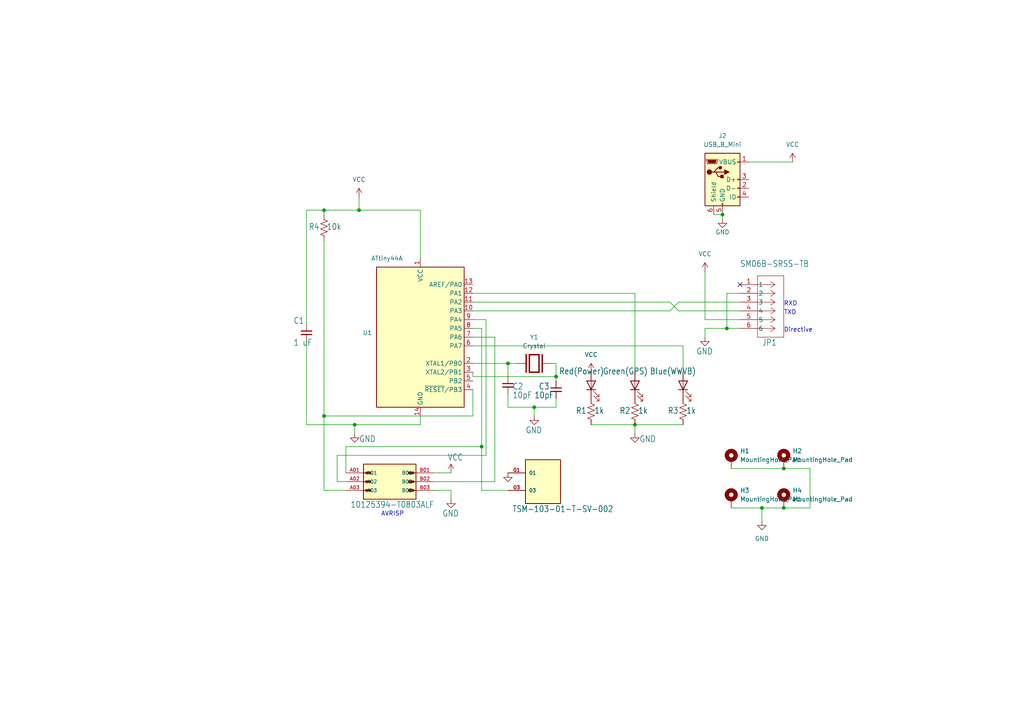
<source format=kicad_sch>
(kicad_sch (version 20230121) (generator eeschema)
  (paper "A4")
  (lib_symbols
    (symbol "Connector:USB_B_Mini" (pin_names (offset 1.016))
      (property "Reference" "J" (at -5.08 11.43 0))
      (property "Value" "USB_B_Mini" (at -5.08 8.89 0))
      (symbol "USB_B_Mini_0_1"
        (rectangle (start -5.08 -7.62) (end 5.08 7.62) (stroke (width 0.254)) (fill (type background)))
        (circle (center -3.81 2.159) (radius 0.635) (stroke (width 0.254)) (fill (type outline)))
        (circle (center -0.635 3.429) (radius 0.381) (stroke (width 0.254)) (fill (type outline)))
        (rectangle (start -0.127 -7.62) (end 0.127 -6.858))
        (polyline (pts (xy -1.905 2.159) (xy 0.635 2.159)) (stroke (width 0.254)))
        (polyline (pts (xy -3.175 2.159) (xy -2.54 2.159) (xy -1.27 3.429) (xy -0.635 3.429)) (stroke (width 0.254)))
        (polyline (pts (xy -2.54 2.159) (xy -1.905 2.159) (xy -1.27 0.889) (xy 0 0.889)) (stroke (width 0.254)))
        (polyline (pts (xy 0.635 2.794) (xy 0.635 1.524) (xy 1.905 2.159) (xy 0.635 2.794)) (stroke (width 0.254)) (fill (type outline)))
        (polyline (pts (xy -4.318 5.588) (xy -1.778 5.588) (xy -2.032 4.826) (xy -4.064 4.826) (xy -4.318 5.588)) (fill (type outline)))
        (polyline (pts (xy -4.699 5.842) (xy -4.699 5.588) (xy -4.445 4.826) (xy -4.445 4.572) (xy -1.651 4.572) (xy -1.651 4.826) (xy -1.397 5.588) (xy -1.397 5.842) (xy -4.699 5.842)))
        (rectangle (start 0.254 1.27) (end -0.508 0.508) (stroke (width 0.254)) (fill (type outline)))
        (rectangle (start 5.08 -5.207) (end 4.318 -4.953))
        (rectangle (start 5.08 -2.667) (end 4.318 -2.413))
        (rectangle (start 5.08 -0.127) (end 4.318 0.127))
        (rectangle (start 5.08 4.953) (end 4.318 5.207))
      )
      (symbol "USB_B_Mini_1_1"
        (pin power_out line (at 7.62 5.08 180) (length 2.54) (name "VBUS") (number "1"))
        (pin bidirectional line (at 7.62 -2.54 180) (length 2.54) (name "D-") (number "2"))
        (pin bidirectional line (at 7.62 0 180) (length 2.54) (name "D+") (number "3"))
        (pin passive line (at 7.62 -5.08 180) (length 2.54) (name "ID") (number "4"))
        (pin power_out line (at 0 -10.16 90) (length 2.54) (name "GND") (number "5"))
        (pin passive line (at -2.54 -10.16 90) (length 2.54) (name "Shield") (number "6"))
      )
    )
    (symbol "Device:C_Small" (pin_numbers hide) (pin_names (offset 0.254) hide)
      (property "Reference" "C" (at 0.254 1.778 0))
      (property "Value" "C_Small" (at 0.254 -2.032 0))
      (symbol "C_Small_0_1"
        (polyline (pts (xy -1.524 -0.508) (xy 1.524 -0.508)) (stroke (width 0.3302)))
        (polyline (pts (xy -1.524 0.508) (xy 1.524 0.508)) (stroke (width 0.3048)))
      )
      (symbol "C_Small_1_1"
        (pin passive line (at 0 2.54 270) (length 2.032) (name "~") (number "1"))
        (pin passive line (at 0 -2.54 90) (length 2.032) (name "~") (number "2"))
      )
    )
    (symbol "Device:R_US" (pin_numbers hide) (pin_names (offset 0))
      (property "Reference" "R" (at 2.54 0 90))
      (property "Value" "R_US" (at -2.54 0 90))
      (symbol "R_US_0_1"
        (polyline (pts (xy 0 -2.286) (xy 0 -2.54)))
        (polyline (pts (xy 0 2.286) (xy 0 2.54)))
        (polyline (pts (xy 0 -0.762) (xy 1.016 -1.143) (xy 0 -1.524) (xy -1.016 -1.905) (xy 0 -2.286)))
        (polyline (pts (xy 0 0.762) (xy 1.016 0.381) (xy 0 0) (xy -1.016 -0.381) (xy 0 -0.762)))
        (polyline (pts (xy 0 2.286) (xy 1.016 1.905) (xy 0 1.524) (xy -1.016 1.143) (xy 0 0.762)))
      )
      (symbol "R_US_1_1"
        (pin passive line (at 0 3.81 270) (length 1.27) (name "~") (number "1"))
        (pin passive line (at 0 -3.81 90) (length 1.27) (name "~") (number "2"))
      )
    )
    (symbol "LED:IR26-21C_L110_TR8" (pin_numbers hide) (pin_names (offset 1.016) hide)
      (property "Reference" "D" (at 0 2.54 0))
      (property "Value" "IR26-21C_L110_TR8" (at 0 -3.81 0))
      (symbol "IR26-21C_L110_TR8_0_1"
        (polyline (pts (xy -1.27 -1.27) (xy -1.27 1.27)) (stroke (width 0.254)))
        (polyline (pts (xy -1.27 0) (xy 1.27 0)))
        (polyline (pts (xy 1.27 -1.27) (xy 1.27 1.27) (xy -1.27 0) (xy 1.27 -1.27)) (stroke (width 0.254)))
        (polyline (pts (xy -3.048 -0.762) (xy -4.572 -2.286) (xy -3.81 -2.286) (xy -4.572 -2.286) (xy -4.572 -1.524)))
        (polyline (pts (xy -1.778 -0.762) (xy -3.302 -2.286) (xy -2.54 -2.286) (xy -3.302 -2.286) (xy -3.302 -1.524)))
      )
      (symbol "IR26-21C_L110_TR8_1_1"
        (pin passive line (at -3.81 0 0) (length 2.54) (name "K") (number "1"))
        (pin passive line (at 3.81 0 180) (length 2.54) (name "A") (number "2"))
      )
    )
    (symbol "Mechanical:MountingHole_Pad" (pin_numbers hide) (pin_names (offset 1.016) hide)
      (property "Reference" "H" (at 0 6.35 0))
      (property "Value" "MountingHole_Pad" (at 0 4.445 0))
      (symbol "MountingHole_Pad_0_1"
        (circle (center 0 1.27) (radius 1.27) (stroke (width 1.27)))
      )
      (symbol "MountingHole_Pad_1_1"
        (pin input line (at 0 -2.54 90) (length 2.54) (name "1") (number "1"))
      )
    )
    (symbol "local-2_pin_hdr-TSM-103-01-T-SV-002:TSM-103-01-T-SV-002" (pin_names (offset 1.016))
      (property "Reference" "J" (at -5.58 7.466 0))
      (property "Value" "TSM-103-01-T-SV-002" (at -5.08 -8.89 0))
      (symbol "TSM-103-01-T-SV-002_0_0"
        (rectangle (start -5.08 -6.35) (end 5.08 6.35) (stroke (width 0.254)) (fill (type background)))
        (pin passive line (at -10.16 2.54 0) (length 5.08) (name "01") (number "01"))
        (pin passive line (at -10.16 -2.54 0) (length 5.08) (name "03") (number "03"))
      )
    )
    (symbol "local-SM06B_SRSS_TB:SM06B-SRSS-TBLFSN" (pin_names (offset 0.254))
      (property "Reference" "J" (at 8.89 6.35 0))
      (property "Value" "SM06B-SRSS-TBLFSN" (at 0 0 0))
      (symbol "SM06B-SRSS-TBLFSN_1_1"
        (polyline (pts (xy 5.08 -15.24) (xy 12.7 -15.24)) (stroke (width 0.127)))
        (polyline (pts (xy 5.08 2.54) (xy 5.08 -15.24)) (stroke (width 0.127)))
        (polyline (pts (xy 10.16 -12.7) (xy 5.08 -12.7)) (stroke (width 0.127)))
        (polyline (pts (xy 10.16 -12.7) (xy 8.89 -13.5467)) (stroke (width 0.127)))
        (polyline (pts (xy 10.16 -12.7) (xy 8.89 -11.8533)) (stroke (width 0.127)))
        (polyline (pts (xy 10.16 -10.16) (xy 5.08 -10.16)) (stroke (width 0.127)))
        (polyline (pts (xy 10.16 -10.16) (xy 8.89 -11.0067)) (stroke (width 0.127)))
        (polyline (pts (xy 10.16 -10.16) (xy 8.89 -9.3133)) (stroke (width 0.127)))
        (polyline (pts (xy 10.16 -7.62) (xy 5.08 -7.62)) (stroke (width 0.127)))
        (polyline (pts (xy 10.16 -7.62) (xy 8.89 -8.4667)) (stroke (width 0.127)))
        (polyline (pts (xy 10.16 -7.62) (xy 8.89 -6.7733)) (stroke (width 0.127)))
        (polyline (pts (xy 10.16 -5.08) (xy 5.08 -5.08)) (stroke (width 0.127)))
        (polyline (pts (xy 10.16 -5.08) (xy 8.89 -5.9267)) (stroke (width 0.127)))
        (polyline (pts (xy 10.16 -5.08) (xy 8.89 -4.2333)) (stroke (width 0.127)))
        (polyline (pts (xy 10.16 -2.54) (xy 5.08 -2.54)) (stroke (width 0.127)))
        (polyline (pts (xy 10.16 -2.54) (xy 8.89 -3.3867)) (stroke (width 0.127)))
        (polyline (pts (xy 10.16 -2.54) (xy 8.89 -1.6933)) (stroke (width 0.127)))
        (polyline (pts (xy 10.16 0) (xy 5.08 0)) (stroke (width 0.127)))
        (polyline (pts (xy 10.16 0) (xy 8.89 -0.8467)) (stroke (width 0.127)))
        (polyline (pts (xy 10.16 0) (xy 8.89 0.8467)) (stroke (width 0.127)))
        (polyline (pts (xy 12.7 -15.24) (xy 12.7 2.54)) (stroke (width 0.127)))
        (polyline (pts (xy 12.7 2.54) (xy 5.08 2.54)) (stroke (width 0.127)))
        (pin unspecified line (at 0 0 0) (length 5.08) (name "1") (number "1"))
        (pin unspecified line (at 0 -2.54 0) (length 5.08) (name "2") (number "2"))
        (pin unspecified line (at 0 -5.08 0) (length 5.08) (name "3") (number "3"))
        (pin unspecified line (at 0 -7.62 0) (length 5.08) (name "4") (number "4"))
        (pin unspecified line (at 0 -10.16 0) (length 5.08) (name "5") (number "5"))
        (pin unspecified line (at 0 -12.7 0) (length 5.08) (name "6") (number "6"))
      )
      (symbol "SM06B-SRSS-TBLFSN_1_2"
        (polyline (pts (xy 5.08 -15.24) (xy 12.7 -15.24)) (stroke (width 0.127)))
        (polyline (pts (xy 5.08 2.54) (xy 5.08 -15.24)) (stroke (width 0.127)))
        (polyline (pts (xy 7.62 -12.7) (xy 5.08 -12.7)) (stroke (width 0.127)))
        (polyline (pts (xy 7.62 -12.7) (xy 8.89 -13.5467)) (stroke (width 0.127)))
        (polyline (pts (xy 7.62 -12.7) (xy 8.89 -11.8533)) (stroke (width 0.127)))
        (polyline (pts (xy 7.62 -10.16) (xy 5.08 -10.16)) (stroke (width 0.127)))
        (polyline (pts (xy 7.62 -10.16) (xy 8.89 -11.0067)) (stroke (width 0.127)))
        (polyline (pts (xy 7.62 -10.16) (xy 8.89 -9.3133)) (stroke (width 0.127)))
        (polyline (pts (xy 7.62 -7.62) (xy 5.08 -7.62)) (stroke (width 0.127)))
        (polyline (pts (xy 7.62 -7.62) (xy 8.89 -8.4667)) (stroke (width 0.127)))
        (polyline (pts (xy 7.62 -7.62) (xy 8.89 -6.7733)) (stroke (width 0.127)))
        (polyline (pts (xy 7.62 -5.08) (xy 5.08 -5.08)) (stroke (width 0.127)))
        (polyline (pts (xy 7.62 -5.08) (xy 8.89 -5.9267)) (stroke (width 0.127)))
        (polyline (pts (xy 7.62 -5.08) (xy 8.89 -4.2333)) (stroke (width 0.127)))
        (polyline (pts (xy 7.62 -2.54) (xy 5.08 -2.54)) (stroke (width 0.127)))
        (polyline (pts (xy 7.62 -2.54) (xy 8.89 -3.3867)) (stroke (width 0.127)))
        (polyline (pts (xy 7.62 -2.54) (xy 8.89 -1.6933)) (stroke (width 0.127)))
        (polyline (pts (xy 7.62 0) (xy 5.08 0)) (stroke (width 0.127)))
        (polyline (pts (xy 7.62 0) (xy 8.89 -0.8467)) (stroke (width 0.127)))
        (polyline (pts (xy 7.62 0) (xy 8.89 0.8467)) (stroke (width 0.127)))
        (polyline (pts (xy 12.7 -15.24) (xy 12.7 2.54)) (stroke (width 0.127)))
        (polyline (pts (xy 12.7 2.54) (xy 5.08 2.54)) (stroke (width 0.127)))
        (pin unspecified line (at 0 0 0) (length 5.08) (name "1") (number "1"))
        (pin unspecified line (at 0 -2.54 0) (length 5.08) (name "2") (number "2"))
        (pin unspecified line (at 0 -5.08 0) (length 5.08) (name "3") (number "3"))
        (pin unspecified line (at 0 -7.62 0) (length 5.08) (name "4") (number "4"))
        (pin unspecified line (at 0 -10.16 0) (length 5.08) (name "5") (number "5"))
        (pin unspecified line (at 0 -12.7 0) (length 5.08) (name "6") (number "6"))
      )
    )
    (symbol "local-attiny:ATtiny44A-14s1"
      (property "Reference" "U" (at -12.7 21.59 0))
      (property "Value" "ATtiny44A-14s1" (at 2.54 -21.59 0))
      (symbol "ATtiny44A-14s1_0_1"
        (rectangle (start -12.7 -20.32) (end 12.7 20.32) (stroke (width 0.254)) (fill (type background)))
      )
      (symbol "ATtiny44A-14s1_1_1"
        (pin power_in line (at 0 22.86 270) (length 2.54) (name "VCC") (number "1"))
        (pin bidirectional line (at 15.24 7.62 180) (length 2.54) (name "PA3") (number "10"))
        (pin bidirectional line (at 15.24 10.16 180) (length 2.54) (name "PA2") (number "11"))
        (pin bidirectional line (at 15.24 12.7 180) (length 2.54) (name "PA1") (number "12"))
        (pin bidirectional line (at 15.24 15.24 180) (length 2.54) (name "AREF/PA0") (number "13"))
        (pin power_in line (at 0 -22.86 90) (length 2.54) (name "GND") (number "14"))
        (pin bidirectional line (at 15.24 -7.62 180) (length 2.54) (name "XTAL1/PB0") (number "2"))
        (pin bidirectional line (at 15.24 -10.16 180) (length 2.54) (name "XTAL2/PB1") (number "3"))
        (pin bidirectional line (at 15.24 -15.24 180) (length 2.54) (name "~{RESET}/PB3") (number "4"))
        (pin bidirectional line (at 15.24 -12.7 180) (length 2.54) (name "PB2") (number "5"))
        (pin bidirectional line (at 15.24 -2.54 180) (length 2.54) (name "PA7") (number "6"))
        (pin bidirectional line (at 15.24 0 180) (length 2.54) (name "PA6") (number "7"))
        (pin bidirectional line (at 15.24 2.54 180) (length 2.54) (name "PA5") (number "8"))
        (pin bidirectional line (at 15.24 5.08 180) (length 2.54) (name "PA4") (number "9"))
      )
    )
    (symbol "local-avrisp:10125394-T0803ALF" (pin_names (offset 1.016))
      (property "Reference" "J" (at -7.62 6.35 0))
      (property "Value" "10125394-T0803ALF" (at -7.62 -7.62 0))
      (symbol "10125394-T0803ALF_0_0"
        (rectangle (start -7.62 -5.08) (end 7.62 5.08) (stroke (width 0.254)) (fill (type background)))
        (rectangle (start -6.985 -2.8575) (end -5.3975 -2.2225) (stroke (width 0.1)) (fill (type outline)))
        (rectangle (start -6.985 -0.3175) (end -5.3975 0.3175) (stroke (width 0.1)) (fill (type outline)))
        (rectangle (start -6.985 2.2225) (end -5.3975 2.8575) (stroke (width 0.1)) (fill (type outline)))
        (polyline (pts (xy -7.62 -2.54) (xy -5.715 -2.54)) (stroke (width 0.254)))
        (polyline (pts (xy -7.62 0) (xy -5.715 0)) (stroke (width 0.254)))
        (polyline (pts (xy -7.62 2.54) (xy -5.715 2.54)) (stroke (width 0.254)))
        (polyline (pts (xy 7.62 -2.54) (xy 5.715 -2.54)) (stroke (width 0.254)))
        (polyline (pts (xy 7.62 0) (xy 5.715 0)) (stroke (width 0.254)))
        (polyline (pts (xy 7.62 2.54) (xy 5.715 2.54)) (stroke (width 0.254)))
        (rectangle (start 5.3975 -2.8575) (end 6.985 -2.2225) (stroke (width 0.1)) (fill (type outline)))
        (rectangle (start 5.3975 -0.3175) (end 6.985 0.3175) (stroke (width 0.1)) (fill (type outline)))
        (rectangle (start 5.3975 2.2225) (end 6.985 2.8575) (stroke (width 0.1)) (fill (type outline)))
        (pin passive line (at -12.7 2.54 0) (length 5.08) (name "A01") (number "A01"))
        (pin passive line (at -12.7 0 0) (length 5.08) (name "A02") (number "A02"))
        (pin passive line (at -12.7 -2.54 0) (length 5.08) (name "A03") (number "A03"))
        (pin passive line (at 12.7 2.54 180) (length 5.08) (name "B01") (number "B01"))
        (pin passive line (at 12.7 0 180) (length 5.08) (name "B02") (number "B02"))
        (pin passive line (at 12.7 -2.54 180) (length 5.08) (name "B03") (number "B03"))
      )
    )
    (symbol "local-crystal:ABM3-20.000MHZ-B2-T" (pin_numbers hide) (pin_names (offset 1.016) hide)
      (property "Reference" "Y" (at -5.08 3.81 0))
      (property "Value" "ABM3-20.000MHZ-B2-T" (at -5.1054 -5.1054 0))
      (symbol "ABM3-20.000MHZ-B2-T_0_0"
        (polyline (pts (xy -2.3368 2.54) (xy -2.3368 -2.54)) (stroke (width 0.4064)))
        (polyline (pts (xy -1.397 2.54) (xy -1.397 -2.54)) (stroke (width 0.4064)))
        (polyline (pts (xy -1.397 2.54) (xy 1.397 2.54)) (stroke (width 0.4064)))
        (polyline (pts (xy 1.397 -2.54) (xy -1.397 -2.54)) (stroke (width 0.4064)))
        (polyline (pts (xy 1.397 2.54) (xy 1.397 -2.54)) (stroke (width 0.4064)))
        (polyline (pts (xy 2.3368 2.54) (xy 2.3368 -2.54)) (stroke (width 0.4064)))
        (pin passive line (at -5.08 0 0) (length 2.54) (name "~") (number "1"))
        (pin passive line (at 5.08 0 180) (length 2.54) (name "~") (number "2"))
      )
    )
    (symbol "power:GND" (power) (pin_names (offset 0))
      (property "Value" "GND" (at 0 -3.81 0))
      (symbol "GND_0_1"
        (polyline (pts (xy 0 0) (xy 0 -1.27) (xy 1.27 -1.27) (xy 0 -2.54) (xy -1.27 -1.27) (xy 0 -1.27)))
      )
      (symbol "GND_1_1"
        (pin power_in line (at 0 0 270) (length 0) hide (name "GND") (number "1"))
      )
    )
    (symbol "power:VCC" (power) (pin_names (offset 0))
      (property "Value" "VCC" (at 0 3.81 0))
      (symbol "VCC_0_1"
        (polyline (pts (xy -0.762 1.27) (xy 0 2.54)))
        (polyline (pts (xy 0 0) (xy 0 2.54)))
        (polyline (pts (xy 0 2.54) (xy 0.762 1.27)))
      )
      (symbol "VCC_1_1"
        (pin power_in line (at 0 0 90) (length 0) hide (name "VCC") (number "1"))
      )
    )
  )
  (junction (at 220.98 147.32))
  (junction (at 93.98 120.65))
  (junction (at 139.7 129.54))
  (junction (at 227.33 147.32))
  (junction (at 154.94 118.11))
  (junction (at 147.32 105.41))
  (junction (at 210.82 95.25))
  (junction (at 184.15 123.19))
  (junction (at 102.87 123.19))
  (junction (at 93.98 60.96))
  (junction (at 227.33 135.89))
  (junction (at 104.14 60.96))
  (junction (at 161.29 109.22))
  (junction (at 209.55 62.23))
  (no_connect (at 214.63 82.55))
  (wire (pts (xy 207.01 62.23) (xy 209.55 62.23)))
  (wire (pts (xy 102.87 123.19) (xy 121.92 123.19)))
  (wire (pts (xy 210.82 95.25) (xy 210.82 85.09)) (stroke (width 0.1524)))
  (wire (pts (xy 161.29 109.22) (xy 161.29 110.49)))
  (wire (pts (xy 227.33 135.89) (xy 234.95 135.89)))
  (wire (pts (xy 93.98 142.24) (xy 100.33 142.24)) (stroke (width 0.1524)))
  (wire (pts (xy 212.09 135.89) (xy 227.33 135.89)))
  (wire (pts (xy 234.95 135.89) (xy 234.95 147.32)))
  (wire (pts (xy 139.7 95.25) (xy 139.7 129.54)))
  (wire (pts (xy 93.98 139.7) (xy 93.98 120.65)))
  (wire (pts (xy 147.32 105.41) (xy 147.32 109.22)))
  (wire (pts (xy 93.98 60.96) (xy 104.14 60.96)))
  (wire (pts (xy 147.32 118.11) (xy 154.94 118.11)))
  (wire (pts (xy 137.16 85.09) (xy 184.15 85.09)))
  (wire (pts (xy 137.16 109.22) (xy 161.29 109.22)))
  (wire (pts (xy 198.12 100.33) (xy 198.12 107.95)))
  (wire (pts (xy 137.16 97.79) (xy 143.51 97.79)))
  (wire (pts (xy 204.47 78.74) (xy 204.47 92.71)))
  (wire (pts (xy 220.98 147.32) (xy 220.98 151.13)))
  (wire (pts (xy 88.9 60.96) (xy 88.9 93.98)))
  (wire (pts (xy 137.16 95.25) (xy 139.7 95.25)))
  (wire (pts (xy 97.79 132.08) (xy 97.79 139.7)))
  (wire (pts (xy 194.31 87.63) (xy 196.85 90.17)))
  (wire (pts (xy 204.47 97.79) (xy 204.47 95.25)))
  (wire (pts (xy 161.29 115.57) (xy 161.29 118.11)))
  (wire (pts (xy 137.16 120.65) (xy 137.16 113.03)))
  (wire (pts (xy 212.09 147.32) (xy 220.98 147.32)))
  (wire (pts (xy 217.17 46.99) (xy 229.87 46.99)))
  (wire (pts (xy 130.81 144.78) (xy 130.81 142.24)) (stroke (width 0.1524)))
  (wire (pts (xy 88.9 123.19) (xy 102.87 123.19)))
  (wire (pts (xy 196.85 87.63) (xy 214.63 87.63)))
  (wire (pts (xy 154.94 118.11) (xy 161.29 118.11)))
  (wire (pts (xy 88.9 60.96) (xy 93.98 60.96)))
  (wire (pts (xy 93.98 69.85) (xy 93.98 120.65)))
  (wire (pts (xy 130.81 142.24) (xy 125.73 142.24)) (stroke (width 0.1524)))
  (wire (pts (xy 143.51 97.79) (xy 143.51 139.7)))
  (wire (pts (xy 140.97 92.71) (xy 140.97 132.08)))
  (wire (pts (xy 184.15 123.19) (xy 184.15 125.73)))
  (wire (pts (xy 93.98 60.96) (xy 93.98 62.23)))
  (wire (pts (xy 171.45 123.19) (xy 184.15 123.19)) (stroke (width 0.1524)))
  (wire (pts (xy 121.92 60.96) (xy 121.92 74.93)))
  (wire (pts (xy 204.47 95.25) (xy 210.82 95.25)) (stroke (width 0.1524)))
  (wire (pts (xy 140.97 132.08) (xy 97.79 132.08)))
  (wire (pts (xy 194.31 90.17) (xy 196.85 87.63)))
  (wire (pts (xy 160.02 105.41) (xy 161.29 105.41)))
  (wire (pts (xy 137.16 105.41) (xy 147.32 105.41)))
  (wire (pts (xy 137.16 92.71) (xy 140.97 92.71)))
  (wire (pts (xy 161.29 105.41) (xy 161.29 109.22)))
  (wire (pts (xy 196.85 90.17) (xy 214.63 90.17)))
  (wire (pts (xy 154.94 118.11) (xy 154.94 120.65)))
  (wire (pts (xy 227.33 147.32) (xy 234.95 147.32)))
  (wire (pts (xy 137.16 87.63) (xy 194.31 87.63)))
  (wire (pts (xy 93.98 120.65) (xy 137.16 120.65)))
  (wire (pts (xy 209.55 63.5) (xy 209.55 62.23)))
  (wire (pts (xy 88.9 99.06) (xy 88.9 123.19)) (stroke (width 0.1524)))
  (wire (pts (xy 210.82 95.25) (xy 214.63 95.25)))
  (wire (pts (xy 137.16 109.22) (xy 137.16 107.95)))
  (wire (pts (xy 220.98 147.32) (xy 227.33 147.32)))
  (wire (pts (xy 137.16 90.17) (xy 194.31 90.17)))
  (wire (pts (xy 121.92 123.19) (xy 121.92 120.65)))
  (wire (pts (xy 97.79 139.7) (xy 100.33 139.7)))
  (wire (pts (xy 104.14 60.96) (xy 121.92 60.96)))
  (wire (pts (xy 102.87 123.19) (xy 102.87 125.73)))
  (wire (pts (xy 104.14 57.15) (xy 104.14 60.96)))
  (wire (pts (xy 125.73 139.7) (xy 143.51 139.7)))
  (wire (pts (xy 100.33 129.54) (xy 139.7 129.54)) (stroke (width 0.1524)))
  (wire (pts (xy 125.73 137.16) (xy 130.81 137.16)))
  (wire (pts (xy 139.7 142.24) (xy 147.32 142.24)) (stroke (width 0.1524)))
  (wire (pts (xy 93.98 139.7) (xy 93.98 142.24)) (stroke (width 0.1524)))
  (wire (pts (xy 137.16 100.33) (xy 198.12 100.33)))
  (wire (pts (xy 147.32 114.3) (xy 147.32 118.11)))
  (wire (pts (xy 147.32 105.41) (xy 149.86 105.41)))
  (wire (pts (xy 184.15 85.09) (xy 184.15 107.95)))
  (wire (pts (xy 100.33 129.54) (xy 100.33 137.16)) (stroke (width 0.1524)))
  (wire (pts (xy 184.15 123.19) (xy 198.12 123.19)) (stroke (width 0.1524)))
  (wire (pts (xy 204.47 92.71) (xy 214.63 92.71)))
  (wire (pts (xy 214.63 85.09) (xy 210.82 85.09)))
  (wire (pts (xy 139.7 129.54) (xy 139.7 142.24)) (stroke (width 0.1524)))
  (text "TXD" (at 227.33 91.44 0) (effects (font (size 1.27 1.27)) (justify left bottom)))
  (text "RXD" (at 227.33 88.9 0) (effects (font (size 1.27 1.27)) (justify left bottom)))
  (text "AVRISP" (at 110.49 149.86 0) (effects (font (size 1.27 1.27)) (justify left bottom)))
  (text "Directive" (at 227.33 96.52 0) (effects (font (size 1.27 1.27)) (justify left bottom)))
  (symbol (lib_id "Mechanical:MountingHole_Pad") (at 212.09 144.78 0) (unit 1)
    (property "Reference" "H3" (at 214.63 142.24 0) (effects (justify left)))
    (property "Value" "MountingHole_Pad" (at 214.63 144.78 0) (effects (justify left)))
    (property "Footprint" "MountingHole:MountingHole_3.5mm_Pad" (effects hide))
  )
  (symbol (lib_id "power:GND") (at 147.32 137.16 0) (unit 1)
    (property "Reference" "#PWR02" (effects hide))
    (property "Value" "GND" (effects hide))
  )
  (symbol (lib_id "Device:R_US") (at 184.15 119.38 180) (unit 1)
    (property "Reference" "R2" (at 182.88 118.11 0) (effects (font (size 1.778 1.5113)) (justify left bottom)))
    (property "Value" "1k" (at 187.96 118.11 0) (effects (font (size 1.778 1.5113)) (justify left bottom)))
    (property "Footprint" "Resistor_SMD:R_1206_3216Metric_Pad1.30x1.75mm_HandSolder" (effects hide))
  )
  (symbol (lib_id "power:GND") (at 184.15 125.73 0) (unit 1)
    (property "Reference" "#GND05" (effects hide))
    (property "Value" "GND" (at 185.42 128.27 0) (effects (font (size 1.778 1.5113)) (justify left bottom)))
  )
  (symbol (lib_id "Device:R_US") (at 198.12 119.38 180) (unit 1)
    (property "Reference" "R3" (at 196.85 118.11 0) (effects (font (size 1.778 1.5113)) (justify left bottom)))
    (property "Value" "1k" (at 201.93 118.11 0) (effects (font (size 1.778 1.5113)) (justify left bottom)))
    (property "Footprint" "Resistor_SMD:R_1206_3216Metric_Pad1.30x1.75mm_HandSolder" (effects hide))
  )
  (symbol (lib_id "Device:R_US") (at 171.45 119.38 180) (unit 1)
    (property "Reference" "R1" (at 170.18 118.11 0) (effects (font (size 1.778 1.5113)) (justify left bottom)))
    (property "Value" "1k" (at 175.26 118.11 0) (effects (font (size 1.778 1.5113)) (justify left bottom)))
    (property "Footprint" "Resistor_SMD:R_1206_3216Metric_Pad1.30x1.75mm_HandSolder" (effects hide))
  )
  (symbol (lib_id "local-avrisp:10125394-T0803ALF") (at 113.03 139.7 0) (unit 1)
    (property "Reference" "U$2" (effects hide))
    (property "Value" "10125394-T0803ALF" (at 101.6 147.32 0) (effects (font (size 1.778 1.5113)) (justify left bottom)))
    (property "Footprint" "local-ispsmd:AMPHENOL_10125394-T0803ALF" (effects hide))
    (property "PARTREV" "B" (effects hide))
    (property "STANDARD" "Manufacturer Recommendations" (effects hide))
    (property "SNAPEDA_PN" "10125394-T0803ALF" (effects hide))
    (property "MAXIMUM_PACKAGE_HEIGHT" "9.85mm" (effects hide))
    (property "MANUFACTURER" "Amphenol" (effects hide))
  )
  (symbol (lib_id "local-crystal:ABM3-20.000MHZ-B2-T") (at 154.94 105.41 0) (unit 1)
    (property "Reference" "Y1" (at 154.94 97.79 0))
    (property "Value" "Crystal" (at 154.94 100.33 0))
    (property "Footprint" "local-crystal:XTAL_ABM3-20.000MHZ-B2-T" (effects hide))
    (property "part number" "ABM3-20.000MHZ-B2-T" (effects hide))
    (property "PARTREV" "4/25/2022" (effects hide))
    (property "STANDARD" "Manufacturer Recommendations" (effects hide))
    (property "MAXIMUM_PACKAGE_HEIGHT" "1.3 mm" (effects hide))
    (property "MANUFACTURER" "Abracon" (effects hide))
  )
  (symbol (lib_id "Connector:USB_B_Mini") (at 209.55 52.07 0) (unit 1)
    (property "Reference" "J2" (at 209.55 39.37 0))
    (property "Value" "USB_B_Mini" (at 209.55 41.91 0))
    (property "Footprint" "Connector_USB:USB_Mini-B_Wuerth_65100516121_Horizontal" (effects hide))
  )
  (symbol (lib_id "Device:C_Small") (at 147.32 111.76 0) (unit 1)
    (property "Reference" "C2" (at 148.59 113.03 0) (effects (font (size 1.778 1.5113)) (justify left bottom)))
    (property "Value" "10pF" (at 148.59 115.57 0) (effects (font (size 1.778 1.5113)) (justify left bottom)))
    (property "Footprint" "Capacitor_SMD:C_1206_3216Metric_Pad1.33x1.80mm_HandSolder" (effects hide))
  )
  (symbol (lib_id "power:VCC") (at 229.87 46.99 0) (unit 1)
    (property "Reference" "#PWR05" (effects hide))
    (property "Value" "VCC" (at 229.87 41.91 0))
  )
  (symbol (lib_id "power:VCC") (at 130.81 137.16 0) (unit 1)
    (property "Reference" "#SUPPLY02" (effects hide))
    (property "Value" "VCC" (at 129.794 133.604 0) (effects (font (size 1.778 1.5113)) (justify left bottom)))
  )
  (symbol (lib_id "local-attiny:ATtiny44A-14s1") (at 121.92 97.79 0) (unit 1)
    (property "Reference" "U1" (at 107.95 96.52 0) (effects (justify right)))
    (property "Value" "ATtiny44A" (at 116.84 74.93 0) (effects (justify right)))
    (property "Footprint" "local-attiny:14S1_ATM-M" (effects hide))
    (property "Datasheet" "http://ww1.microchip.com/downloads/en/DeviceDoc/doc8183.pdf" (effects hide))
  )
  (symbol (lib_id "Device:R_US") (at 93.98 66.04 180) (unit 1)
    (property "Reference" "R4" (at 92.71 64.77 0) (effects (font (size 1.778 1.5113)) (justify left bottom)))
    (property "Value" "10k" (at 99.06 64.77 0) (effects (font (size 1.778 1.5113)) (justify left bottom)))
    (property "Footprint" "Resistor_SMD:R_1206_3216Metric_Pad1.30x1.75mm_HandSolder" (effects hide))
  )
  (symbol (lib_id "Mechanical:MountingHole_Pad") (at 227.33 144.78 0) (unit 1)
    (property "Reference" "H4" (at 229.87 142.24 0) (effects (justify left)))
    (property "Value" "MountingHole_Pad" (at 229.87 144.78 0) (effects (justify left)))
    (property "Footprint" "MountingHole:MountingHole_3.5mm_Pad" (effects hide))
  )
  (symbol (lib_id "LED:IR26-21C_L110_TR8") (at 171.45 111.76 90) (unit 1)
    (property "Reference" "LED1" (effects hide))
    (property "Value" "Red(Power)" (at 175.26 106.68 90) (effects (font (size 1.778 1.5113)) (justify left bottom)))
    (property "Footprint" "LED_SMD:LED_1206_3216Metric" (effects hide))
    (property "Datasheet" "http://www.everlight.com/file/ProductFile/IR26-21C-L110-TR8.pdf" (effects hide))
  )
  (symbol (lib_id "Mechanical:MountingHole_Pad") (at 227.33 133.35 0) (unit 1)
    (property "Reference" "H2" (at 229.87 130.81 0) (effects (justify left)))
    (property "Value" "MountingHole_Pad" (at 229.87 133.35 0) (effects (justify left)))
    (property "Footprint" "MountingHole:MountingHole_3.5mm_Pad" (effects hide))
  )
  (symbol (lib_id "local-2_pin_hdr-TSM-103-01-T-SV-002:TSM-103-01-T-SV-002") (at 157.48 139.7 0) (unit 1)
    (property "Reference" "U$1" (effects hide))
    (property "Value" "TSM-103-01-T-SV-002" (at 148.59 148.59 0) (effects (font (size 1.778 1.5113)) (justify left bottom)))
    (property "Footprint" "local-2_pin_header:SAMTEC_TSM-103-01-T-SV-002" (effects hide))
    (property "MANUFACTURER" "SAMTEC" (effects hide))
  )
  (symbol (lib_id "local-SM06B_SRSS_TB:SM06B-SRSS-TBLFSN") (at 214.63 82.55 0) (unit 1)
    (property "Reference" "JP1" (at 220.98 100.33 0) (effects (font (size 1.778 1.5113)) (justify left bottom)))
    (property "Value" "SM06B-SRSS-TB" (at 214.63 77.47 0) (effects (font (size 1.778 1.5113)) (justify left bottom)))
    (property "Footprint" "local-SM06B_SRSS_TB:CONN_SM06B-SRSS-TB_JST" (effects hide))
    (property "Datasheet" "SM06B-SRSS-TBLFSN" (effects hide))
  )
  (symbol (lib_id "Device:C_Small") (at 88.9 96.52 0) (unit 1)
    (property "Reference" "C1" (at 85.09 93.98 0) (effects (font (size 1.778 1.5113)) (justify left bottom)))
    (property "Value" "1 uF" (at 85.09 100.33 0) (effects (font (size 1.778 1.5113)) (justify left bottom)))
    (property "Footprint" "Capacitor_SMD:C_1206_3216Metric_Pad1.33x1.80mm_HandSolder" (effects hide))
  )
  (symbol (lib_id "power:GND") (at 220.98 151.13 0) (unit 1)
    (property "Reference" "#PWR07" (effects hide))
    (property "Value" "GND" (at 220.98 156.21 0))
  )
  (symbol (lib_id "power:GND") (at 154.94 120.65 0) (unit 1)
    (property "Reference" "#GND02" (effects hide))
    (property "Value" "GND" (at 152.4 125.73 0) (effects (font (size 1.778 1.5113)) (justify left bottom)))
  )
  (symbol (lib_id "power:GND") (at 130.81 144.78 0) (unit 1)
    (property "Reference" "#GND03" (effects hide))
    (property "Value" "GND" (at 128.27 149.86 0) (effects (font (size 1.778 1.5113)) (justify left bottom)))
  )
  (symbol (lib_id "LED:IR26-21C_L110_TR8") (at 198.12 111.76 90) (unit 1)
    (property "Reference" "LED3" (effects hide))
    (property "Value" "Blue(WWVB)" (at 201.93 106.68 90) (effects (font (size 1.778 1.5113)) (justify left bottom)))
    (property "Footprint" "LED_SMD:LED_1206_3216Metric" (effects hide))
    (property "Datasheet" "http://www.everlight.com/file/ProductFile/IR26-21C-L110-TR8.pdf" (effects hide))
  )
  (symbol (lib_id "power:GND") (at 204.47 97.79 0) (unit 1)
    (property "Reference" "#GND06" (effects hide))
    (property "Value" "GND" (at 201.93 102.87 0) (effects (font (size 1.778 1.5113)) (justify left bottom)))
  )
  (symbol (lib_id "Mechanical:MountingHole_Pad") (at 212.09 133.35 0) (unit 1)
    (property "Reference" "H1" (at 214.63 130.81 0) (effects (justify left)))
    (property "Value" "MountingHole_Pad" (at 214.63 133.35 0) (effects (justify left)))
    (property "Footprint" "MountingHole:MountingHole_3.5mm_Pad" (effects hide))
  )
  (symbol (lib_id "power:GND") (at 102.87 125.73 0) (unit 1)
    (property "Reference" "#GND04" (effects hide))
    (property "Value" "GND" (at 104.14 128.27 0) (effects (font (size 1.778 1.5113)) (justify left bottom)))
  )
  (symbol (lib_id "Device:C_Small") (at 161.29 113.03 0) (unit 1)
    (property "Reference" "C3" (at 156.21 113.03 0) (effects (font (size 1.778 1.5113)) (justify left bottom)))
    (property "Value" "10pF" (at 154.94 115.57 0) (effects (font (size 1.778 1.5113)) (justify left bottom)))
    (property "Footprint" "Capacitor_SMD:C_1206_3216Metric_Pad1.33x1.80mm_HandSolder" (effects hide))
  )
  (symbol (lib_id "power:GND") (at 209.55 63.5 0) (unit 1)
    (property "Reference" "#PWR06" (effects hide))
    (property "Value" "GND" (at 209.55 67.31 0))
  )
  (symbol (lib_id "power:VCC") (at 171.45 107.95 0) (unit 1)
    (property "Reference" "#PWR03" (effects hide))
    (property "Value" "VCC" (at 171.45 102.87 0))
  )
  (symbol (lib_id "LED:IR26-21C_L110_TR8") (at 184.15 111.76 90) (unit 1)
    (property "Reference" "LED2" (effects hide))
    (property "Value" "Green(GPS)" (at 187.96 106.68 90) (effects (font (size 1.778 1.5113)) (justify left bottom)))
    (property "Footprint" "LED_SMD:LED_1206_3216Metric" (effects hide))
    (property "Datasheet" "http://www.everlight.com/file/ProductFile/IR26-21C-L110-TR8.pdf" (effects hide))
  )
  (symbol (lib_id "power:VCC") (at 204.47 78.74 0) (unit 1)
    (property "Reference" "#PWR01" (effects hide))
    (property "Value" "VCC" (at 204.47 73.66 0))
  )
  (symbol (lib_id "power:VCC") (at 104.14 57.15 0) (unit 1)
    (property "Reference" "#PWR04" (effects hide))
    (property "Value" "VCC" (at 104.14 52.07 0))
  )
)
</source>
